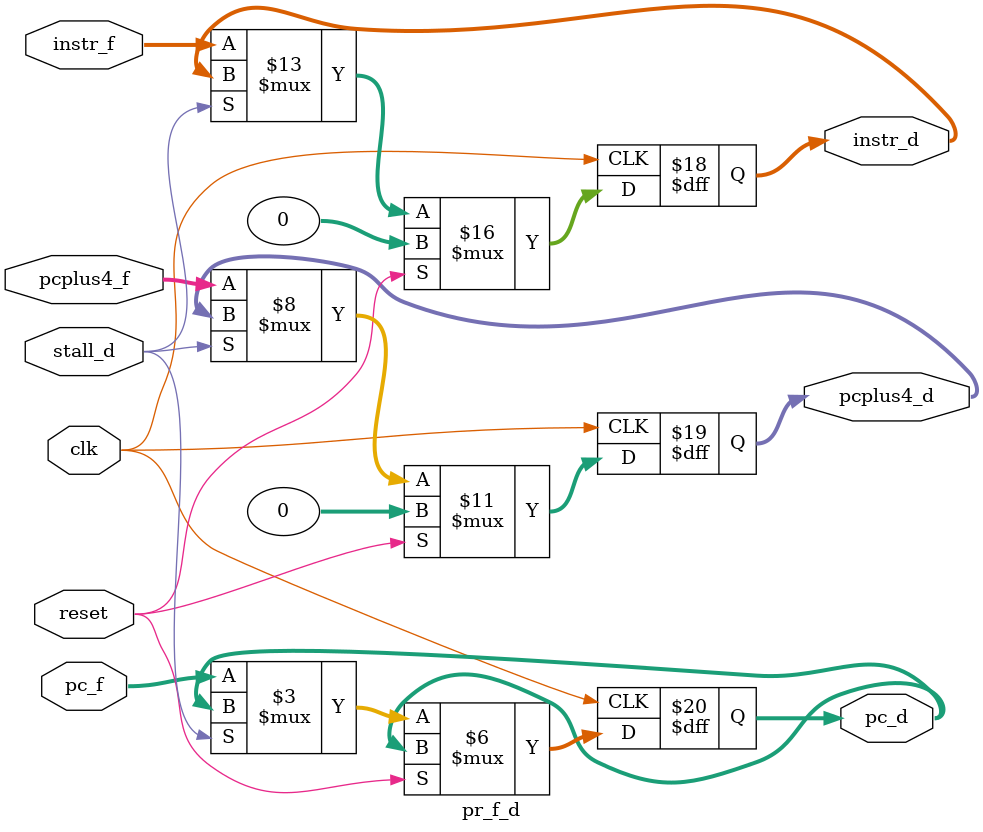
<source format=sv>
module pr_f_d(input logic clk, reset, stall_d,
  input logic [31:0] instr_f, pcplus4_f, pc_f,
  output logic [31:0] instr_d, pcplus4_d, pc_d);

  always_ff @ (posedge clk)
  if (reset) begin
    instr_d <= '0;
    pcplus4_d <= '0;
  end
  else if (!stall_d) begin
    instr_d <= instr_f;
    pcplus4_d <= pcplus4_f;
    pc_d <= pc_f;
  end
endmodule: pr_f_d

</source>
